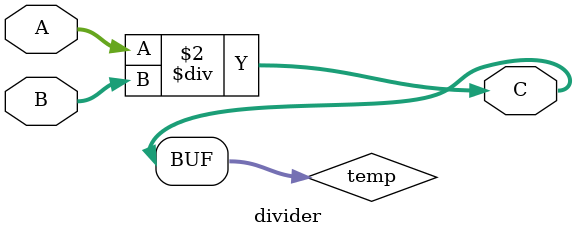
<source format=v>

`resetall
`timescale 1ns/10ps
module divider #(
	parameter Data_Depth = 8,
	parameter Divider_Depth = 8
)
( 
	// Port Declarations
	input   wire    [4*Data_Depth-1:0]  	A,
	input   wire    [4*Divider_Depth-1:0]  	B,  
	output  wire    [4*Data_Depth-1:0]  	C
);

reg [4*Data_Depth-1:0] temp;


always @(A or B) begin: al_proc
	// C = A /B
	temp <= A / B;
end

assign C = temp;


endmodule

</source>
